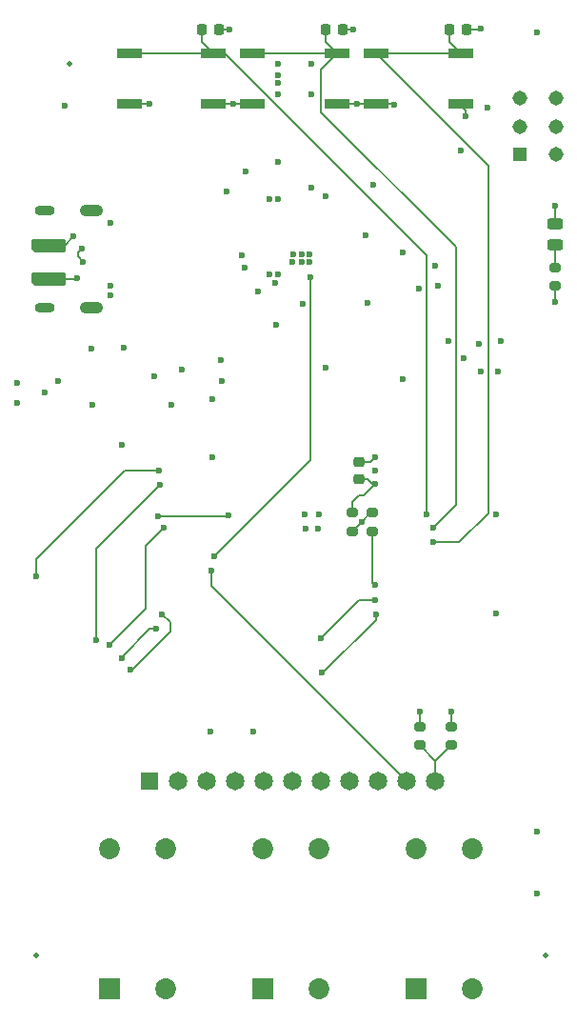
<source format=gbr>
%TF.GenerationSoftware,KiCad,Pcbnew,9.0.5*%
%TF.CreationDate,2025-11-15T02:09:42-05:00*%
%TF.ProjectId,CreditCard,43726564-6974-4436-9172-642e6b696361,rev?*%
%TF.SameCoordinates,Original*%
%TF.FileFunction,Copper,L1,Top*%
%TF.FilePolarity,Positive*%
%FSLAX46Y46*%
G04 Gerber Fmt 4.6, Leading zero omitted, Abs format (unit mm)*
G04 Created by KiCad (PCBNEW 9.0.5) date 2025-11-15 02:09:42*
%MOMM*%
%LPD*%
G01*
G04 APERTURE LIST*
G04 Aperture macros list*
%AMRoundRect*
0 Rectangle with rounded corners*
0 $1 Rounding radius*
0 $2 $3 $4 $5 $6 $7 $8 $9 X,Y pos of 4 corners*
0 Add a 4 corners polygon primitive as box body*
4,1,4,$2,$3,$4,$5,$6,$7,$8,$9,$2,$3,0*
0 Add four circle primitives for the rounded corners*
1,1,$1+$1,$2,$3*
1,1,$1+$1,$4,$5*
1,1,$1+$1,$6,$7*
1,1,$1+$1,$8,$9*
0 Add four rect primitives between the rounded corners*
20,1,$1+$1,$2,$3,$4,$5,0*
20,1,$1+$1,$4,$5,$6,$7,0*
20,1,$1+$1,$6,$7,$8,$9,0*
20,1,$1+$1,$8,$9,$2,$3,0*%
%AMFreePoly0*
4,1,18,-1.500000,0.437500,-1.485727,0.509253,-1.445083,0.570083,-1.384253,0.610727,-1.312500,0.625000,1.187500,0.625000,1.500000,0.312500,1.500000,-0.437500,1.485727,-0.509253,1.445083,-0.570083,1.384253,-0.610727,1.312500,-0.625000,-1.312500,-0.625000,-1.384253,-0.610727,-1.445083,-0.570083,-1.485727,-0.509253,-1.500000,-0.437500,-1.500000,0.437500,-1.500000,0.437500,$1*%
G04 Aperture macros list end*
%TA.AperFunction,ComponentPad*%
%ADD10R,1.854200X1.854200*%
%TD*%
%TA.AperFunction,ComponentPad*%
%ADD11C,1.854200*%
%TD*%
%TA.AperFunction,SMDPad,CuDef*%
%ADD12R,2.209800X0.863600*%
%TD*%
%TA.AperFunction,ComponentPad*%
%ADD13R,1.308000X1.308000*%
%TD*%
%TA.AperFunction,ComponentPad*%
%ADD14C,1.308000*%
%TD*%
%TA.AperFunction,SMDPad,CuDef*%
%ADD15RoundRect,0.200000X0.275000X-0.200000X0.275000X0.200000X-0.275000X0.200000X-0.275000X-0.200000X0*%
%TD*%
%TA.AperFunction,SMDPad,CuDef*%
%ADD16RoundRect,0.200000X-0.275000X0.200000X-0.275000X-0.200000X0.275000X-0.200000X0.275000X0.200000X0*%
%TD*%
%TA.AperFunction,SMDPad,CuDef*%
%ADD17RoundRect,0.225000X0.250000X-0.225000X0.250000X0.225000X-0.250000X0.225000X-0.250000X-0.225000X0*%
%TD*%
%TA.AperFunction,ComponentPad*%
%ADD18R,1.650000X1.650000*%
%TD*%
%TA.AperFunction,ComponentPad*%
%ADD19C,1.650000*%
%TD*%
%TA.AperFunction,BGAPad,CuDef*%
%ADD20FreePoly0,180.000000*%
%TD*%
%TA.AperFunction,SMDPad,CuDef*%
%ADD21RoundRect,0.225000X-0.225000X-0.250000X0.225000X-0.250000X0.225000X0.250000X-0.225000X0.250000X0*%
%TD*%
%TA.AperFunction,SMDPad,CuDef*%
%ADD22RoundRect,0.243750X-0.456250X0.243750X-0.456250X-0.243750X0.456250X-0.243750X0.456250X0.243750X0*%
%TD*%
%TA.AperFunction,ComponentPad*%
%ADD23O,2.100000X1.050000*%
%TD*%
%TA.AperFunction,ComponentPad*%
%ADD24O,1.800000X0.900000*%
%TD*%
%TA.AperFunction,SMDPad,CuDef*%
%ADD25C,0.500000*%
%TD*%
%TA.AperFunction,ViaPad*%
%ADD26C,0.600000*%
%TD*%
%TA.AperFunction,Conductor*%
%ADD27C,0.200000*%
%TD*%
G04 APERTURE END LIST*
D10*
%TO.P,SW1,1,1*%
%TO.N,GPIO2*%
X109000000Y-122914250D03*
D11*
%TO.P,SW1,2,2*%
%TO.N,GND*%
X114000000Y-122914250D03*
%TO.P,SW1,3,3*%
X114000000Y-110414250D03*
%TO.P,SW1,4,4*%
%TO.N,GPIO2*%
X109000000Y-110414250D03*
%TD*%
D12*
%TO.P,U6,1,1*%
%TO.N,GPIO6*%
X121753500Y-39749999D03*
%TO.P,U6,2,2*%
X129246500Y-39749999D03*
%TO.P,U6,3,3*%
%TO.N,GND*%
X121753500Y-44250001D03*
%TO.P,U6,4,4*%
X129246500Y-44250001D03*
%TD*%
D13*
%TO.P,S1,1*%
%TO.N,Vsys*%
X145525000Y-48725000D03*
D14*
%TO.P,S1,2*%
%TO.N,/PWR/POWER_EN*%
X145525000Y-46225000D03*
%TO.P,S1,3*%
%TO.N,GND*%
X145525000Y-43725000D03*
%TO.P,S1,4*%
%TO.N,Vsys*%
X148725000Y-48725000D03*
%TO.P,S1,5*%
%TO.N,/PWR/POWER_EN*%
X148725000Y-46225000D03*
%TO.P,S1,6*%
%TO.N,GND*%
X148725000Y-43725000D03*
%TD*%
D15*
%TO.P,R3,1*%
%TO.N,3V3*%
X148600000Y-60425000D03*
%TO.P,R3,2*%
%TO.N,Net-(D1-A)*%
X148600000Y-58775000D03*
%TD*%
D16*
%TO.P,R21,1*%
%TO.N,GND*%
X136600000Y-99575000D03*
%TO.P,R21,2*%
%TO.N,Net-(J2-Pad11)*%
X136600000Y-101225000D03*
%TD*%
D12*
%TO.P,U7,1,1*%
%TO.N,GPIO7*%
X132753500Y-39749999D03*
%TO.P,U7,2,2*%
X140246500Y-39749999D03*
%TO.P,U7,3,3*%
%TO.N,GND*%
X132753500Y-44250001D03*
%TO.P,U7,4,4*%
X140246500Y-44250001D03*
%TD*%
D17*
%TO.P,C2,1*%
%TO.N,MCU_EN*%
X131200000Y-77575000D03*
%TO.P,C2,2*%
%TO.N,GND*%
X131200000Y-76025000D03*
%TD*%
D10*
%TO.P,SW2,1,1*%
%TO.N,GPIO3*%
X122649200Y-122914250D03*
D11*
%TO.P,SW2,2,2*%
%TO.N,GND*%
X127649200Y-122914250D03*
%TO.P,SW2,3,3*%
X127649200Y-110414250D03*
%TO.P,SW2,4,4*%
%TO.N,GPIO3*%
X122649200Y-110414250D03*
%TD*%
D18*
%TO.P,J2,1,1*%
%TO.N,3V3*%
X112600000Y-104400000D03*
D19*
%TO.P,J2,2,2*%
%TO.N,unconnected-(J2-Pad2)*%
X115140000Y-104400000D03*
%TO.P,J2,3,3*%
%TO.N,GND*%
X117680000Y-104400000D03*
%TO.P,J2,4,4*%
%TO.N,SCK*%
X120220000Y-104400000D03*
%TO.P,J2,5,5*%
%TO.N,MISO*%
X122760000Y-104400000D03*
%TO.P,J2,6,6*%
%TO.N,MOSI*%
X125300000Y-104400000D03*
%TO.P,J2,7,7*%
%TO.N,LCD_CS*%
X127840000Y-104400000D03*
%TO.P,J2,8,8*%
%TO.N,LCD_RESET*%
X130380000Y-104400000D03*
%TO.P,J2,9,9*%
%TO.N,LCD_D{slash}C*%
X132920000Y-104400000D03*
%TO.P,J2,10,10*%
%TO.N,CS_SD*%
X135460000Y-104400000D03*
%TO.P,J2,11,11*%
%TO.N,Net-(J2-Pad11)*%
X138000000Y-104400000D03*
%TD*%
D12*
%TO.P,U5,1,1*%
%TO.N,GPIO5*%
X110753500Y-39749999D03*
%TO.P,U5,2,2*%
X118246500Y-39749999D03*
%TO.P,U5,3,3*%
%TO.N,GND*%
X110753500Y-44250001D03*
%TO.P,U5,4,4*%
X118246500Y-44250001D03*
%TD*%
D20*
%TO.P,F5,1,GOLDFINGER*%
%TO.N,Net-(F5-GOLDFINGER)*%
X103575000Y-59800000D03*
%TD*%
D21*
%TO.P,C19,1*%
%TO.N,GPIO5*%
X117225000Y-37600000D03*
%TO.P,C19,2*%
%TO.N,GND*%
X118775000Y-37600000D03*
%TD*%
D16*
%TO.P,R1,1*%
%TO.N,MCU_EN*%
X130600000Y-80575000D03*
%TO.P,R1,2*%
%TO.N,3V3*%
X130600000Y-82225000D03*
%TD*%
D21*
%TO.P,C21,1*%
%TO.N,GPIO7*%
X139225000Y-37600000D03*
%TO.P,C21,2*%
%TO.N,GND*%
X140775000Y-37600000D03*
%TD*%
D22*
%TO.P,D1,1,K*%
%TO.N,GND*%
X148600000Y-54862500D03*
%TO.P,D1,2,A*%
%TO.N,Net-(D1-A)*%
X148600000Y-56737500D03*
%TD*%
D15*
%TO.P,R19,1*%
%TO.N,Net-(J2-Pad11)*%
X139400000Y-101225000D03*
%TO.P,R19,2*%
%TO.N,3V3*%
X139400000Y-99575000D03*
%TD*%
D21*
%TO.P,C20,1*%
%TO.N,GPIO6*%
X128225000Y-37600000D03*
%TO.P,C20,2*%
%TO.N,GND*%
X129775000Y-37600000D03*
%TD*%
D10*
%TO.P,SW3,1,1*%
%TO.N,GPIO4*%
X136298400Y-122914250D03*
D11*
%TO.P,SW3,2,2*%
%TO.N,GND*%
X141298400Y-122914250D03*
%TO.P,SW3,3,3*%
X141298400Y-110414250D03*
%TO.P,SW3,4,4*%
%TO.N,GPIO4*%
X136298400Y-110414250D03*
%TD*%
D20*
%TO.P,F6,1,GOLDFINGER*%
%TO.N,Net-(F6-GOLDFINGER)*%
X103575000Y-56800000D03*
%TD*%
D15*
%TO.P,R2,1*%
%TO.N,Net-(U8-IO8)*%
X132400000Y-82225000D03*
%TO.P,R2,2*%
%TO.N,3V3*%
X132400000Y-80575000D03*
%TD*%
D23*
%TO.P,J3,SH1,SHIELD*%
%TO.N,GND*%
X107395000Y-62320000D03*
%TO.P,J3,SH2,SHIELD__1*%
X107395000Y-53680000D03*
D24*
%TO.P,J3,SH3,SHIELD__2*%
X103215000Y-62320000D03*
%TO.P,J3,SH4,SHIELD__3*%
X103215000Y-53680000D03*
%TD*%
D25*
%TO.P,FID1,*%
%TO.N,*%
X102500000Y-119900000D03*
%TD*%
%TO.P,FID5,*%
%TO.N,*%
X105500000Y-40650000D03*
%TD*%
%TO.P,FID4,*%
%TO.N,*%
X147750000Y-119900000D03*
%TD*%
D26*
%TO.N,Vbat*%
X147000000Y-37900000D03*
%TO.N,Vsys*%
X132500000Y-51400000D03*
%TO.N,Vbus*%
X105000000Y-44400000D03*
%TO.N,GND*%
X147000000Y-114400000D03*
%TO.N,3V3*%
X147000000Y-108900000D03*
X103275000Y-69900000D03*
X104437500Y-68837500D03*
X113000000Y-68460000D03*
X115412500Y-67812500D03*
X114500000Y-71000000D03*
X119000000Y-68900000D03*
%TO.N,Vsys*%
X140250000Y-48400000D03*
X136500000Y-60650000D03*
X138000000Y-58650000D03*
X131750000Y-55900000D03*
X132000000Y-61900000D03*
X126204664Y-62000783D03*
X123750000Y-60150000D03*
X122250000Y-60900000D03*
X124000000Y-59400000D03*
X123250000Y-59400000D03*
%TO.N,Vbat*%
X123977479Y-40650000D03*
X123977479Y-41650000D03*
X123977479Y-42400000D03*
X123977479Y-43400000D03*
X123977479Y-49400000D03*
X124000000Y-52650000D03*
X123250000Y-52650000D03*
%TO.N,3V3*%
X141850000Y-65600000D03*
X148600000Y-61800000D03*
X140500000Y-66800000D03*
X132600000Y-76800000D03*
X142025000Y-68000000D03*
X139400000Y-98200000D03*
X131462500Y-81362500D03*
X139150001Y-65300000D03*
%TO.N,MCU_EN*%
X132600000Y-78000000D03*
%TO.N,GND*%
X118000000Y-100000001D03*
X121100000Y-50200000D03*
X125300000Y-58300000D03*
X126422500Y-81977500D03*
X130700000Y-37600000D03*
X109100000Y-54800000D03*
X109100000Y-61200000D03*
X126949999Y-51650001D03*
X126100000Y-57600000D03*
X143600000Y-68000000D03*
X131000000Y-44250001D03*
X126977478Y-43400000D03*
X118200000Y-75600000D03*
X100800000Y-69000000D03*
X126397500Y-80702500D03*
X125325000Y-57600000D03*
X121000000Y-58800003D03*
X123800000Y-63900000D03*
X118900000Y-67000000D03*
X127607500Y-80707500D03*
X126800000Y-58300000D03*
X121800000Y-100000000D03*
X110300000Y-65900000D03*
X120000000Y-44250001D03*
X138200000Y-60400000D03*
X132600000Y-75600000D03*
X100800000Y-70800000D03*
X143800000Y-65300000D03*
X119700000Y-37600000D03*
X128250000Y-52400000D03*
X126100000Y-58300000D03*
X136600000Y-98200000D03*
X107500000Y-71000000D03*
X142600000Y-44600000D03*
X148600000Y-53300000D03*
X134300000Y-44300000D03*
X135100000Y-57400000D03*
X110100000Y-74500000D03*
X135100001Y-68699999D03*
X118200000Y-70500000D03*
X140700000Y-45300000D03*
X142000000Y-37500000D03*
X128200000Y-67700000D03*
X119400000Y-52000000D03*
X127582500Y-81982500D03*
X143400000Y-80700000D03*
X112600000Y-44200000D03*
X143425000Y-89500000D03*
X107400000Y-66000000D03*
X126977478Y-40650000D03*
X126800000Y-57600000D03*
%TO.N,GPIO2*%
X102500000Y-86200000D03*
X113400000Y-76800000D03*
%TO.N,GPIO3*%
X113500000Y-78100000D03*
X107800000Y-91900000D03*
%TO.N,Vbus*%
X109100000Y-60400000D03*
X120750000Y-57650000D03*
%TO.N,GPIO5*%
X137200000Y-80700000D03*
%TO.N,GPIO6*%
X137800000Y-81900000D03*
%TO.N,GPIO7*%
X137800000Y-83200000D03*
%TO.N,IO_CHG*%
X118350000Y-84450000D03*
X126900000Y-59600000D03*
%TO.N,LCD_D{slash}C*%
X113300000Y-80900000D03*
X119600000Y-80800000D03*
%TO.N,CS_SD*%
X118100000Y-85700000D03*
%TO.N,MISO*%
X113200000Y-90900000D03*
X110100000Y-93500000D03*
%TO.N,MOSI*%
X113700000Y-89600000D03*
X110900000Y-94500000D03*
%TO.N,SCK*%
X109000000Y-92300000D03*
X113800000Y-81900000D03*
%TO.N,D_P*%
X106650000Y-58250000D03*
X106600473Y-57049000D03*
%TO.N,Net-(U8-IO8)*%
X132600000Y-87000000D03*
%TO.N,AudioL*%
X132600000Y-88300000D03*
X127800000Y-91700000D03*
%TO.N,AudioR*%
X132700000Y-89600000D03*
X127900000Y-94800000D03*
%TO.N,Net-(F5-GOLDFINGER)*%
X106175000Y-59750000D03*
%TO.N,Net-(F6-GOLDFINGER)*%
X105800000Y-56000000D03*
%TD*%
D27*
%TO.N,3V3*%
X130600000Y-82225000D02*
X131462500Y-81362500D01*
X148600000Y-60425000D02*
X148600000Y-61800000D01*
X131462500Y-81362500D02*
X132250000Y-80575000D01*
X139400000Y-99575000D02*
X139400000Y-98200000D01*
X130600000Y-82025000D02*
X130950000Y-82025000D01*
X132250000Y-80575000D02*
X132400000Y-80575000D01*
%TO.N,MCU_EN*%
X130600000Y-79600000D02*
X131200000Y-79000000D01*
X132400000Y-78000000D02*
X131975000Y-77575000D01*
X130600000Y-80375000D02*
X130600000Y-79600000D01*
X131600000Y-79000000D02*
X132600000Y-78000000D01*
X131975000Y-77575000D02*
X131200000Y-77575000D01*
X132600000Y-78000000D02*
X132400000Y-78000000D01*
X131200000Y-79000000D02*
X131600000Y-79000000D01*
%TO.N,GND*%
X148600000Y-54862500D02*
X148600000Y-53300000D01*
X121753500Y-44250001D02*
X121753500Y-44253500D01*
X140800000Y-37600000D02*
X141900000Y-37600000D01*
X140200000Y-44300000D02*
X140700000Y-44800000D01*
X118300000Y-44200000D02*
X118350001Y-44250001D01*
X118775000Y-37600000D02*
X118775000Y-37525000D01*
X136600000Y-99575000D02*
X136600000Y-98200000D01*
X141900000Y-37600000D02*
X142000000Y-37500000D01*
X134250001Y-44250001D02*
X134300000Y-44300000D01*
X118350001Y-44250001D02*
X120000000Y-44250001D01*
X132175000Y-76025000D02*
X132600000Y-75600000D01*
X120000000Y-44250001D02*
X121753500Y-44250001D01*
X121753500Y-44253500D02*
X121800000Y-44300000D01*
X131200000Y-76025000D02*
X132175000Y-76025000D01*
X118249999Y-44250001D02*
X118300000Y-44200000D01*
X129775000Y-37600000D02*
X130700000Y-37600000D01*
X132753500Y-44250001D02*
X134100000Y-44250001D01*
X118800000Y-37500000D02*
X118900000Y-37600000D01*
X140775000Y-37600000D02*
X140800000Y-37600000D01*
X118900000Y-37600000D02*
X119700000Y-37600000D01*
X140246500Y-44250001D02*
X140246500Y-44253500D01*
X129246500Y-44250001D02*
X131000000Y-44250001D01*
X118246500Y-44250001D02*
X118249999Y-44250001D01*
X118775000Y-37525000D02*
X118800000Y-37500000D01*
X140700000Y-44800000D02*
X140700000Y-45300000D01*
X131000000Y-44250001D02*
X132753500Y-44250001D01*
X110753500Y-44250001D02*
X112549999Y-44250001D01*
X140246500Y-44253500D02*
X140200000Y-44300000D01*
%TO.N,GPIO2*%
X102500000Y-84700000D02*
X110350000Y-76850000D01*
X102500000Y-86200000D02*
X102500000Y-84700000D01*
X110350000Y-76850000D02*
X113350000Y-76850000D01*
X113350000Y-76850000D02*
X113400000Y-76800000D01*
%TO.N,GPIO3*%
X107800000Y-83800000D02*
X113500000Y-78100000D01*
X107800000Y-91900000D02*
X107800000Y-83800000D01*
%TO.N,GPIO5*%
X137200000Y-57700000D02*
X137200000Y-80700000D01*
X117225000Y-38728499D02*
X118246500Y-39749999D01*
X119249999Y-39749999D02*
X137200000Y-57700000D01*
X117225000Y-37600000D02*
X117225000Y-38728499D01*
X118246500Y-39749999D02*
X110753500Y-39749999D01*
X118246500Y-39749999D02*
X119249999Y-39749999D01*
%TO.N,GPIO6*%
X127840600Y-44982801D02*
X127840600Y-41155899D01*
X128225000Y-38728499D02*
X129246500Y-39749999D01*
X139800000Y-79900000D02*
X139800000Y-56942201D01*
X139800000Y-56942201D02*
X127840600Y-44982801D01*
X121753500Y-39749999D02*
X129246500Y-39749999D01*
X137800000Y-81900000D02*
X139800000Y-79900000D01*
X128225000Y-37600000D02*
X128225000Y-38728499D01*
X127840600Y-41155899D02*
X129246500Y-39749999D01*
%TO.N,GPIO7*%
X139225000Y-37600000D02*
X139225000Y-38728499D01*
X142700000Y-80600000D02*
X140100000Y-83200000D01*
X142700000Y-49696499D02*
X142700000Y-80600000D01*
X139225000Y-38728499D02*
X140246500Y-39749999D01*
X140246500Y-39749999D02*
X132753500Y-39749999D01*
X140100000Y-83200000D02*
X137800000Y-83200000D01*
X132753500Y-39749999D02*
X142700000Y-49696499D01*
%TO.N,Net-(D1-A)*%
X148600000Y-56737500D02*
X148600000Y-58775000D01*
%TO.N,IO_CHG*%
X126900000Y-59600000D02*
X126900000Y-75900000D01*
X126900000Y-75900000D02*
X118350000Y-84450000D01*
%TO.N,LCD_D{slash}C*%
X113300000Y-80900000D02*
X119500000Y-80900000D01*
X119500000Y-80900000D02*
X119600000Y-80800000D01*
X119600000Y-80800000D02*
X119600000Y-80900000D01*
%TO.N,CS_SD*%
X118100000Y-87040000D02*
X118100000Y-85700000D01*
X135460000Y-104400000D02*
X118100000Y-87040000D01*
%TO.N,MISO*%
X110100000Y-93400000D02*
X110100000Y-93500000D01*
X112600000Y-90900000D02*
X110100000Y-93400000D01*
X113200000Y-90900000D02*
X112600000Y-90900000D01*
%TO.N,MOSI*%
X110900000Y-94500000D02*
X111049943Y-94500000D01*
X114400000Y-91149943D02*
X114400000Y-90300000D01*
X111049943Y-94500000D02*
X114400000Y-91149943D01*
X114400000Y-90300000D02*
X113700000Y-89600000D01*
%TO.N,SCK*%
X109000000Y-92300000D02*
X112200000Y-89100000D01*
X112200000Y-83500000D02*
X113800000Y-81900000D01*
X112200000Y-89100000D02*
X112200000Y-83500000D01*
%TO.N,D_P*%
X106600473Y-57049000D02*
X106551000Y-57049000D01*
X106200000Y-57800000D02*
X106650000Y-58250000D01*
X106551000Y-57049000D02*
X106200000Y-57400000D01*
X106200000Y-57400000D02*
X106200000Y-57800000D01*
%TO.N,Net-(U8-IO8)*%
X132400000Y-82225000D02*
X132400000Y-86800000D01*
X132400000Y-86800000D02*
X132600000Y-87000000D01*
%TO.N,AudioL*%
X127800000Y-91700000D02*
X131200000Y-88300000D01*
X131200000Y-88300000D02*
X132600000Y-88300000D01*
%TO.N,AudioR*%
X132700000Y-90100000D02*
X132700000Y-89600000D01*
X127900000Y-94800000D02*
X128000000Y-94800000D01*
X128000000Y-94800000D02*
X132700000Y-90100000D01*
%TO.N,Net-(F5-GOLDFINGER)*%
X106175000Y-59750000D02*
X106125000Y-59800000D01*
X106125000Y-59800000D02*
X103575000Y-59800000D01*
%TO.N,Net-(F6-GOLDFINGER)*%
X105800000Y-56000000D02*
X105000000Y-56800000D01*
X105000000Y-56800000D02*
X103575000Y-56800000D01*
%TO.N,Net-(J2-Pad11)*%
X136600000Y-101225000D02*
X138000000Y-102625000D01*
X139400000Y-101225000D02*
X138000000Y-102625000D01*
X138000000Y-104500000D02*
X138000000Y-102625000D01*
%TD*%
M02*

</source>
